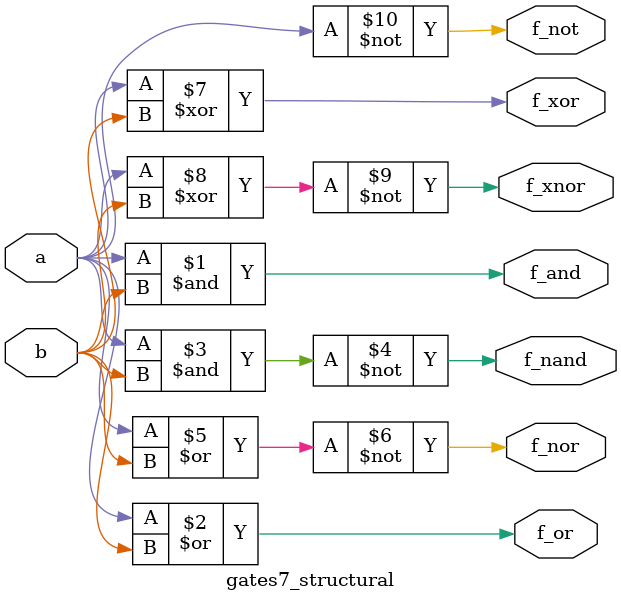
<source format=v>

module gates7_structural(a, b, f_and, f_or, f_not, f_nand, f_nor, f_xor, f_xnor);
	input a, b;
	output f_and, f_or, f_not, f_nand, f_nor, f_xor, f_xnor;

	and		i1(f_and, a, b);
	or 		i2(f_or, a, b);
	not 	i3(f_not, a	);
	nand 	i4(f_nand, a, b);
	nor 	i5(f_nor, a, b);
	xor 	i6(f_xor, a, b);
	xnor 	i7(f_xnor, a, b);
endmodule

</source>
